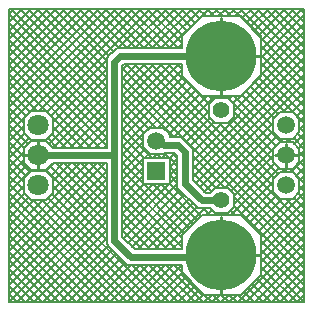
<source format=gbr>
%TF.GenerationSoftware,Altium Limited,Altium Designer,21.8.1 (53)*%
G04 Layer_Physical_Order=2*
G04 Layer_Color=16711680*
%FSLAX43Y43*%
%MOMM*%
%TF.SameCoordinates,A6AE4B2E-CBDB-4FE6-9ABE-5E998AE3B91F*%
%TF.FilePolarity,Positive*%
%TF.FileFunction,Copper,L2,Bot,Signal*%
%TF.Part,Single*%
G01*
G75*
%TA.AperFunction,NonConductor*%
%ADD10C,0.203*%
%ADD11C,0.254*%
%TA.AperFunction,Conductor*%
%ADD12C,0.600*%
%ADD13C,0.400*%
%TA.AperFunction,ComponentPad*%
%ADD14C,1.800*%
%ADD15C,1.500*%
%ADD16R,1.500X1.500*%
%TA.AperFunction,ViaPad*%
%ADD17C,6.000*%
%TA.AperFunction,ComponentPad*%
%ADD18C,1.400*%
D10*
X25140Y25357D02*
X25517Y24980D01*
X24421Y25357D02*
X25517Y24261D01*
X23703Y25357D02*
X25517Y23543D01*
X22985Y25357D02*
X25517Y22825D01*
X22266Y25357D02*
X25517Y22106D01*
X21856Y22574D02*
X24639Y25357D01*
X21718Y23155D02*
X23921Y25357D01*
X21856Y21856D02*
X25357Y25357D01*
X21856Y21856D02*
X25357Y25357D01*
X21856Y22176D02*
X25517Y18514D01*
X21856Y21458D02*
X25517Y17796D01*
X21856Y22894D02*
X25517Y19233D01*
X21856Y20021D02*
X25517Y16359D01*
X21856Y20739D02*
X25517Y17077D01*
X21856Y20419D02*
X25517Y24081D01*
X21856Y21137D02*
X25517Y24799D01*
X21856Y19662D02*
Y23018D01*
Y19700D02*
X25517Y23362D01*
X21359Y23514D02*
X23202Y25357D01*
X21548D02*
X25517Y21388D01*
X21000Y23874D02*
X22484Y25357D01*
X20829D02*
X25517Y20669D01*
X20111Y25357D02*
X25517Y19951D01*
X20641Y24233D02*
X21765Y25357D01*
X20178Y24696D02*
X21856Y23018D01*
X20054Y24696D02*
X21856Y22894D01*
X19556Y16682D02*
X25517Y22644D01*
X16087Y12494D02*
X25517Y21925D01*
X21676Y19482D02*
X25517Y15640D01*
X21316Y19123D02*
X23874Y16566D01*
X20178Y17984D02*
X21856Y19662D01*
X20140Y17984D02*
X21856Y19700D01*
X20957Y18764D02*
X23301Y16420D01*
X20598Y18405D02*
X22942Y16060D01*
X25106Y15766D02*
X25517Y16178D01*
X25106Y15048D02*
X25517Y15460D01*
X24870Y16249D02*
X25517Y16896D01*
X25106Y15334D02*
X25517Y14922D01*
X24960Y14761D02*
X25517Y14204D01*
X24553Y16566D02*
X25106Y16013D01*
X24468Y16566D02*
X25517Y17615D01*
X25106Y14907D02*
Y16013D01*
X24553Y14354D02*
X25106Y14907D01*
X24677Y13901D02*
X25517Y14741D01*
X25037Y13542D02*
X25517Y14023D01*
X24600Y14402D02*
X25517Y13485D01*
X25106Y13179D02*
X25517Y12767D01*
X25106Y12892D02*
X25517Y13304D01*
X24553Y14026D02*
X25106Y13473D01*
X24083Y14026D02*
X24412Y14354D01*
X25106Y12367D02*
Y13473D01*
X23447Y16566D02*
X24553D01*
X23750D02*
X25517Y18333D01*
X19581Y17984D02*
X23540Y14026D01*
X23447D02*
X24553D01*
X23447Y14354D02*
X24553D01*
X22894Y16013D02*
X23447Y16566D01*
X20239Y18045D02*
X22894Y15390D01*
Y14907D02*
X23447Y14354D01*
X22894Y14907D02*
Y16013D01*
X23930Y14354D02*
X24259Y14026D01*
X22894Y13473D02*
X23447Y14026D01*
X19556Y16573D02*
X22894Y13234D01*
X18863Y17984D02*
X23134Y13713D01*
X22894Y12367D02*
Y13473D01*
X19382Y16029D02*
X22894Y12516D01*
X18674Y25357D02*
X19336Y24696D01*
X18948D02*
X19610Y25357D01*
X18230Y24696D02*
X18892Y25357D01*
X19393D02*
X20054Y24696D01*
X16822D02*
X20178D01*
X17237Y25357D02*
X17899Y24696D01*
X16519Y25357D02*
X17181Y24696D01*
X17956Y25357D02*
X18618Y24696D01*
X17511D02*
X18173Y25357D01*
X19667Y24696D02*
X20328Y25357D01*
X20281Y24592D02*
X21047Y25357D01*
X19125Y17688D02*
X19421Y17984D01*
X19484Y17329D02*
X20140Y17984D01*
X16822D02*
X20178D01*
X18504Y17786D02*
X18703Y17984D01*
X18144D02*
X18343Y17786D01*
X15800Y25357D02*
X16642Y24516D01*
X15082Y25357D02*
X16283Y24156D01*
X13375Y21996D02*
X16736Y25357D01*
X15144Y23018D02*
X16822Y24696D01*
X14093Y21996D02*
X17455Y25357D01*
X14364D02*
X15924Y23797D01*
X13645Y25357D02*
X15565Y23438D01*
X15144Y21996D02*
Y23018D01*
X14811Y21996D02*
X15144Y22329D01*
X14008Y20684D02*
X17444Y17248D01*
X13289Y20684D02*
X17444Y16529D01*
X14479Y14479D02*
X17984Y17984D01*
X14052Y14771D02*
X17266Y17984D01*
X15144Y19662D02*
Y20684D01*
X14726D02*
X15144Y20266D01*
Y19662D02*
X16822Y17984D01*
X13693Y15130D02*
X16685Y18122D01*
X19028Y17786D02*
X19556Y17258D01*
Y16202D02*
Y17258D01*
X17972Y17786D02*
X19028D01*
Y15674D02*
X19556Y16202D01*
X17972Y15674D02*
X19028D01*
X17444Y17258D02*
X17972Y17786D01*
X17426Y17984D02*
X17799Y17612D01*
X17444Y16202D02*
X17972Y15674D01*
X17444Y16202D02*
Y17258D01*
X15514Y14077D02*
X17542Y16105D01*
X15873Y13718D02*
X17901Y15746D01*
X15154Y14436D02*
X17444Y16726D01*
X16087Y12848D02*
Y13504D01*
Y13213D02*
X18548Y15674D01*
X15759Y13832D02*
X16087Y13504D01*
X15439Y14152D02*
X15759Y13832D01*
X16087Y12848D02*
Y13504D01*
X15759Y13832D02*
X16087Y13504D01*
X14455Y14479D02*
X15111D01*
X14479D02*
X17984Y17984D01*
X14455Y14479D02*
X15111D01*
X15439Y14152D01*
X15111Y14479D02*
X15439Y14152D01*
X14106Y14479D02*
Y14718D01*
X13553Y15271D02*
X14106Y14718D01*
Y14479D02*
X14455D01*
X13662Y13168D02*
X13938D01*
X14455D02*
X14775Y12848D01*
X13938Y13168D02*
X14455D01*
X14340D02*
X14775Y12732D01*
X14106Y12669D02*
X14530Y13093D01*
X13553Y13059D02*
X13662Y13168D01*
X13449Y12731D02*
X13887Y13168D01*
X13662D02*
X13938D01*
X13641Y13148D02*
X14059Y12731D01*
X25106Y12460D02*
X25517Y12048D01*
X24553Y11814D02*
X25106Y12367D01*
X24417Y11486D02*
X25517Y12586D01*
X24793Y12054D02*
X25517Y11330D01*
X23447Y11486D02*
X24553D01*
X23596Y11814D02*
X23925Y11486D01*
X23699D02*
X24028Y11814D01*
X23447D02*
X24553D01*
X25106Y10737D02*
X25517Y11149D01*
Y483D02*
Y25357D01*
X24314Y11814D02*
X25517Y10611D01*
X25106Y10305D02*
X25517Y9893D01*
X25106Y10019D02*
X25517Y10431D01*
X24844Y11194D02*
X25517Y11867D01*
X24553Y11486D02*
X25106Y10933D01*
Y9827D02*
Y10933D01*
X22894Y9827D02*
Y10933D01*
X16087Y11058D02*
X25517Y20488D01*
X16335Y10588D02*
X25517Y19770D01*
X16087Y11776D02*
X25517Y21207D01*
X22894Y10933D02*
X23447Y11486D01*
X16695Y10229D02*
X25517Y19052D01*
X19018Y15674D02*
X23327Y11365D01*
X18299Y15674D02*
X22968Y11006D01*
X22894Y12367D02*
X23447Y11814D01*
X18068Y10166D02*
X22894Y14992D01*
X19266Y9927D02*
X23694Y14354D01*
X18787Y10166D02*
X23211Y14590D01*
X19556Y8779D02*
X23019Y12243D01*
X19350Y7856D02*
X23378Y11883D01*
X19556Y9498D02*
X22894Y12837D01*
X17054Y9870D02*
X22894Y15710D01*
X20482Y7551D02*
X22894Y9963D01*
X20069Y7856D02*
X22894Y10681D01*
X24626Y9348D02*
X25517Y8456D01*
X23981Y9274D02*
X25517Y7738D01*
X21856Y5332D02*
X25517Y8994D01*
X21856Y3895D02*
X25517Y7557D01*
X21856Y4613D02*
X25517Y8275D01*
X24553Y9274D02*
X25106Y9827D01*
X22894D02*
X23447Y9274D01*
X24985Y9707D02*
X25517Y9175D01*
X23447Y9274D02*
X24553D01*
X22754Y483D02*
X25517Y3246D01*
X23472Y483D02*
X25517Y2528D01*
X22035Y483D02*
X25517Y3965D01*
X24909Y483D02*
X25517Y1091D01*
X24191Y483D02*
X25517Y1809D01*
X21856Y4934D02*
X25517Y1272D01*
X21856Y3177D02*
X25517Y6838D01*
X21856Y3497D02*
X24870Y483D01*
X21856Y4215D02*
X25517Y554D01*
X21560Y6473D02*
X24361Y9274D01*
X21856Y6050D02*
X25517Y9712D01*
X19556Y9389D02*
X25517Y3427D01*
X21856Y5652D02*
X25517Y1990D01*
X19556Y8671D02*
X25517Y2709D01*
X21201Y6832D02*
X23643Y9274D01*
X20842Y7192D02*
X23186Y9536D01*
X21856Y2822D02*
Y6178D01*
X20178Y7856D02*
X21856Y6178D01*
X20598Y483D02*
X25517Y5402D01*
X19880Y483D02*
X25517Y6120D01*
X21834Y2800D02*
X24152Y483D01*
X21317D02*
X25517Y4683D01*
X21475Y2441D02*
X23433Y483D01*
X20178Y1144D02*
X21856Y2822D01*
X21115Y2082D02*
X22715Y483D01*
X20756Y1723D02*
X21996Y483D01*
X16087Y12140D02*
X18061Y10166D01*
X17972D02*
X19028D01*
X16087Y12858D02*
X18779Y10166D01*
X19556Y8582D02*
Y9638D01*
X19028Y10166D02*
X19556Y9638D01*
X17572Y9766D02*
X17972Y10166D01*
X16087Y10837D02*
Y12848D01*
X17158Y9766D02*
X17572D01*
X16174Y8782D02*
X16502Y8454D01*
X17572D02*
X17972Y8054D01*
X19028D02*
X19556Y8582D01*
X17158Y8454D02*
X17572D01*
X19241Y8267D02*
X19652Y7856D01*
X17195D02*
X17683Y8344D01*
X16502Y8454D02*
X17158D01*
X16174Y8782D02*
X16502Y8454D01*
X16898D02*
X17497Y7856D01*
X16502Y8454D02*
X17158D01*
X14775Y10837D02*
Y12848D01*
X14106Y11247D02*
X14775Y10577D01*
X14106Y11232D02*
X14775Y11902D01*
Y10181D02*
Y10837D01*
Y10181D02*
Y10837D01*
X14106Y12684D02*
X14775Y12014D01*
X14106Y10519D02*
Y12731D01*
Y11965D02*
X14775Y11296D01*
X14106Y11950D02*
X14775Y12620D01*
X16087Y10837D02*
X17158Y9766D01*
X16087Y11421D02*
X17657Y9851D01*
X14106Y10529D02*
X16800Y7834D01*
X13595Y4974D02*
X17075Y8454D01*
X14775Y10181D02*
X15103Y9853D01*
X13396Y10519D02*
X16441Y7475D01*
X15103Y9853D02*
X16174Y8782D01*
X14775Y10181D02*
X15103Y9853D01*
X18632Y7856D02*
X18831Y8054D01*
X18735D02*
X18934Y7856D01*
X17972Y8054D02*
X19028D01*
X18017D02*
X18215Y7856D01*
X17913D02*
X18112Y8054D01*
X17024Y1144D02*
X17686Y483D01*
X20397Y1364D02*
X21278Y483D01*
X19162D02*
X19823Y1144D01*
X19898D02*
X20559Y483D01*
X19179Y1144D02*
X19841Y483D01*
X17742Y1144D02*
X18404Y483D01*
X17725D02*
X18387Y1144D01*
X18461D02*
X19123Y483D01*
X18443D02*
X19105Y1144D01*
X16822Y7856D02*
X20178D01*
X15144Y2822D02*
Y3662D01*
Y6178D02*
X16822Y7856D01*
X15144Y2822D02*
X16822Y1144D01*
X15144Y3024D02*
X17024Y1144D01*
X15144Y4974D02*
Y6178D01*
X14313Y4974D02*
X15144Y5805D01*
X15031Y4974D02*
X15144Y5087D01*
X14506Y3662D02*
X15144Y3024D01*
X16288Y483D02*
X16950Y1144D01*
X13788Y3662D02*
X16967Y483D01*
X17006D02*
X17668Y1144D01*
X16822D02*
X20178D01*
X14133Y483D02*
X15808Y2158D01*
X13414Y483D02*
X15449Y2518D01*
X15569Y483D02*
X16527Y1440D01*
X14851Y483D02*
X16168Y1799D01*
X12208Y25357D02*
X15144Y22421D01*
X10501Y21996D02*
X13863Y25357D01*
X10053D02*
X13415Y21996D01*
X12927Y25357D02*
X15205Y23079D01*
X10270Y21996D02*
X15144D01*
X9782D02*
X13144Y25357D01*
X9335D02*
X12696Y21996D01*
X9614D02*
X10270D01*
X9614D02*
X10270D01*
X11490Y25357D02*
X14852Y21996D01*
X11938D02*
X15300Y25357D01*
X11219Y21996D02*
X14581Y25357D01*
X12656Y21996D02*
X16018Y25357D01*
X10086Y16551D02*
X14219Y20684D01*
X10771Y25357D02*
X14133Y21996D01*
X9286Y21668D02*
X9614Y21996D01*
X10086Y18707D02*
X12063Y20684D01*
X9286Y21668D02*
X9614Y21996D01*
X7179Y25357D02*
X10541Y21996D01*
X7898Y25357D02*
X11260Y21996D01*
X6461Y25357D02*
X9823Y21996D01*
X8616Y25357D02*
X11978Y21996D01*
X483Y25357D02*
X25517D01*
X5743D02*
X9359Y21741D01*
X5024Y25357D02*
X9000Y21381D01*
X9102Y21484D02*
X9286Y21668D01*
X8774Y21156D02*
X9102Y21484D01*
X483Y14851D02*
X10989Y25357D01*
X483Y15569D02*
X10271Y25357D01*
X3706Y16637D02*
X12426Y25357D01*
X3066Y16716D02*
X11707Y25357D01*
X483Y16288D02*
X9552Y25357D01*
X483Y17006D02*
X8834Y25357D01*
X8774Y20500D02*
Y21156D01*
X9102Y21484D01*
X10270Y20684D02*
X15144D01*
X13115Y15271D02*
X16326Y18481D01*
X10086Y17988D02*
X12782Y20684D01*
X12447Y13059D02*
X13553D01*
X12447Y15271D02*
X13553D01*
X11894Y14718D02*
X12447Y15271D01*
X10086Y15267D02*
X12622Y12731D01*
X11894Y13612D02*
X12447Y13059D01*
X11894Y13612D02*
Y14718D01*
X12731Y12731D02*
X13059Y13059D01*
X12731Y12731D02*
X13059Y13059D01*
X12012Y12731D02*
X12394Y13113D01*
X13012Y13059D02*
X13340Y12731D01*
X11894D02*
X14106D01*
X10086Y12241D02*
X11894Y14050D01*
X10086Y14549D02*
X11904Y12731D01*
X11894Y12613D02*
X12012Y12731D01*
X10086Y12592D02*
Y13248D01*
Y15833D02*
X14937Y20684D01*
X10086Y15115D02*
X15144Y20173D01*
X10086Y17270D02*
X13500Y20684D01*
X10086Y17422D02*
X12342Y15166D01*
X10086Y18141D02*
X12956Y15271D01*
X10086Y20143D02*
X10627Y20684D01*
X10086Y20500D02*
X10270Y20684D01*
X10086Y16704D02*
X11983Y14806D01*
X10086Y19425D02*
X11345Y20684D01*
X10086Y13678D02*
X15607Y19199D01*
X10086Y14396D02*
X15248Y19559D01*
X10086Y12959D02*
X15966Y18840D01*
X10086Y18859D02*
X14465Y14479D01*
X10086Y15985D02*
X11894Y14177D01*
X10086Y13248D02*
Y20500D01*
Y12592D02*
Y13248D01*
X4228Y12264D02*
X8774D01*
X2150Y25357D02*
X8774Y18733D01*
X1432Y25357D02*
X8774Y18015D01*
X714Y25357D02*
X8774Y17297D01*
X4065Y16278D02*
X8774Y20988D01*
X483Y24870D02*
X8774Y16578D01*
X4306Y25357D02*
X8774Y20889D01*
X3587Y25357D02*
X8774Y20170D01*
Y20500D02*
Y21156D01*
X2869Y25357D02*
X8774Y19452D01*
X483Y21996D02*
X8774Y13705D01*
Y13576D02*
Y20500D01*
X483Y22715D02*
X8774Y14423D01*
X4236Y13576D02*
X8774Y18114D01*
X3873Y13931D02*
X8774Y18832D01*
X483Y23433D02*
X8774Y15141D01*
X483Y24152D02*
X8774Y15860D01*
X4256Y15032D02*
X8774Y19551D01*
X4256Y15750D02*
X8774Y20269D01*
X483Y21317D02*
X4523Y25357D01*
X483Y20598D02*
X5242Y25357D01*
X483Y22035D02*
X3805Y25357D01*
X483Y19162D02*
X6678Y25357D01*
X483Y19880D02*
X5960Y25357D01*
X483Y24191D02*
X1650Y25357D01*
X483Y24909D02*
X931Y25357D01*
X483Y22754D02*
X3086Y25357D01*
X483Y23472D02*
X2368Y25357D01*
X483Y17725D02*
X8115Y25357D01*
X483Y18443D02*
X7397Y25357D01*
X483Y20559D02*
X7466Y13576D01*
X483Y21278D02*
X8185Y13576D01*
X483Y19123D02*
X2890Y16716D01*
X483Y19841D02*
X3608Y16716D01*
X483Y17686D02*
X1912Y16256D01*
X483Y18404D02*
X2272Y16615D01*
X4155Y14732D02*
X5311Y13576D01*
X4256Y16068D02*
X6748Y13576D01*
X3628Y14204D02*
X4256Y14832D01*
X4228Y13576D02*
X8774D01*
X3796Y14372D02*
X4593Y13576D01*
X3628Y16716D02*
X4256Y16088D01*
X3608Y16716D02*
X4256Y16068D01*
Y14832D02*
Y16088D01*
X3628Y14176D02*
X4228Y13576D01*
X7110D02*
X8774Y15240D01*
X6391Y13576D02*
X8774Y15959D01*
X8547Y13576D02*
X8774Y13803D01*
X7828Y13576D02*
X8774Y14522D01*
X5673Y13576D02*
X8774Y16677D01*
X4955Y13576D02*
X8774Y17395D01*
X4256Y15350D02*
X6030Y13576D01*
X2372Y16716D02*
X3628D01*
X1744Y14832D02*
X2372Y14204D01*
X1744Y16088D02*
X2372Y16716D01*
Y14176D02*
X3628D01*
X2372Y14204D02*
X3628D01*
X483Y16249D02*
X1744Y14987D01*
X483Y16967D02*
X1744Y15706D01*
Y14832D02*
Y16088D01*
X483Y14133D02*
X1744Y15394D01*
X483Y12696D02*
X2182Y14395D01*
X483Y15531D02*
X2105Y13908D01*
X1744Y13548D02*
X2372Y14176D01*
X483Y13414D02*
X1823Y14754D01*
X483Y14812D02*
X1746Y13549D01*
X1744Y12292D02*
Y13548D01*
X483Y14094D02*
X1744Y12832D01*
X12571Y20684D02*
X22894Y10361D01*
X10086Y7212D02*
X13393Y10519D01*
X10086Y7930D02*
X12675Y10519D01*
X12678D02*
X16082Y7115D01*
X11894Y10519D02*
X14106D01*
X11894D02*
Y12731D01*
X10086Y9367D02*
X11894Y11176D01*
Y10585D02*
X11960Y10519D01*
X10086Y8649D02*
X11956Y10519D01*
X11852Y20684D02*
X25517Y7019D01*
X11134Y20684D02*
X25517Y6301D01*
X10416Y20684D02*
X25517Y5583D01*
X11960Y10519D02*
X15723Y6756D01*
X10938Y5191D02*
X15352Y9605D01*
X10219Y5909D02*
X14775Y10465D01*
X10086Y10956D02*
X15144Y5898D01*
X10579Y5550D02*
X14993Y9964D01*
X10086Y10238D02*
X15144Y5179D01*
X10086Y10086D02*
X11894Y11894D01*
X10086Y10086D02*
X11894Y11894D01*
X10086Y11522D02*
X12035Y13472D01*
X10086Y6493D02*
X14775Y11183D01*
X10086Y11675D02*
X15364Y6397D01*
X10086Y13112D02*
X11894Y11303D01*
X10086Y13830D02*
X11894Y12021D01*
X10086Y12393D02*
X11894Y10585D01*
X10086Y10804D02*
X11894Y12613D01*
X10086Y19577D02*
X25517Y4146D01*
X10086Y20296D02*
X25517Y4864D01*
X10086Y9520D02*
X14632Y4974D01*
X4181Y9677D02*
X13375Y483D01*
X10086Y6043D02*
Y12592D01*
X483Y10502D02*
X10502Y483D01*
X3821Y9318D02*
X12657Y483D01*
X483Y9783D02*
X9783Y483D01*
X12158Y4974D02*
X16070Y8886D01*
X12876Y4974D02*
X16430Y8527D01*
X11439Y4974D02*
X15711Y9245D01*
X11155Y4974D02*
X15144D01*
X10499Y3662D02*
X11155D01*
X10171Y3990D02*
X10499Y3662D01*
X10086Y6043D02*
X11155Y4974D01*
X10499Y3662D02*
X11155D01*
X10171Y3990D02*
X10499Y3662D01*
X12351D02*
X15531Y483D01*
X13069Y3662D02*
X16249Y483D01*
X11155Y3662D02*
X15144D01*
X12696Y483D02*
X15144Y2931D01*
X11977Y483D02*
X15144Y3650D01*
X10914Y3662D02*
X14094Y483D01*
X10540D02*
X13720Y3662D01*
X11632D02*
X14812Y483D01*
X11259D02*
X14439Y3662D01*
X10086Y8801D02*
X13913Y4974D01*
X10086Y8083D02*
X13195Y4974D01*
X3297Y9124D02*
X11938Y483D01*
X10086Y7364D02*
X12476Y4974D01*
X483Y483D02*
X25517D01*
X10086Y6646D02*
X11758Y4974D01*
X2578Y9124D02*
X11220Y483D01*
X9102Y5059D02*
X10171Y3990D01*
X8774Y5387D02*
X9102Y5059D01*
X8385Y483D02*
X11565Y3662D01*
X7667Y483D02*
X10847Y3662D01*
X9822Y483D02*
X13002Y3662D01*
X9104Y483D02*
X12283Y3662D01*
X5512Y483D02*
X9595Y4566D01*
X4793Y483D02*
X9236Y4926D01*
X6948Y483D02*
X10314Y3848D01*
X6230Y483D02*
X9954Y4207D01*
X4040Y11224D02*
X5080Y12264D01*
X4256Y10721D02*
X5799Y12264D01*
X3680Y11583D02*
X4362Y12264D01*
X8059D02*
X8774Y11549D01*
X7341Y12264D02*
X8774Y10831D01*
X3628Y11664D02*
X4228Y12264D01*
X3628Y11636D02*
X4256Y11008D01*
X2372Y11636D02*
X3628D01*
X5186Y12264D02*
X8774Y8676D01*
Y6043D02*
Y12264D01*
X4467D02*
X8774Y7957D01*
X3988Y12025D02*
X8774Y7239D01*
X3629Y11666D02*
X8774Y6520D01*
X6622Y12264D02*
X8774Y10112D01*
X4256Y10003D02*
X6517Y12264D01*
X5904D02*
X8774Y9394D01*
X4256Y9752D02*
Y11008D01*
X1744Y12292D02*
X2372Y11664D01*
X483Y10540D02*
X1989Y12047D01*
X483Y13375D02*
X2297Y11561D01*
X2372Y11664D02*
X3628D01*
X1744Y11008D02*
X2372Y11636D01*
X483Y12657D02*
X1938Y11201D01*
X483Y11977D02*
X1744Y13239D01*
X483Y11938D02*
X1744Y10677D01*
X483Y11259D02*
X1744Y12521D01*
X483Y4793D02*
X7954Y12264D01*
X483Y5512D02*
X7235Y12264D01*
X483Y3356D02*
X8774Y11648D01*
X483Y4075D02*
X8672Y12264D01*
X483Y9822D02*
X2349Y11688D01*
X483Y483D02*
Y25357D01*
X1744Y9752D02*
Y11008D01*
X483Y11220D02*
X1744Y9958D01*
X4256Y10321D02*
X8774Y5802D01*
Y5387D02*
Y6043D01*
X483Y7628D02*
X7628Y483D01*
X8774Y5387D02*
X9102Y5059D01*
X8774Y5387D02*
Y6043D01*
X3628Y9124D02*
X4256Y9752D01*
X1744D02*
X2372Y9124D01*
X3628D01*
X483Y6909D02*
X6909Y483D01*
X2638D02*
X8774Y6619D01*
X1919Y483D02*
X8774Y7338D01*
X4075Y483D02*
X8877Y5285D01*
X3356Y483D02*
X8774Y5901D01*
X1201Y483D02*
X8774Y8056D01*
X483Y6191D02*
X6191Y483D01*
X483Y4754D02*
X4754Y483D01*
X483Y5473D02*
X5473Y483D01*
X483Y1919D02*
X8774Y10211D01*
X483Y1201D02*
X8774Y9493D01*
X483Y2638D02*
X8774Y10930D01*
X483Y4036D02*
X4036Y483D01*
X483Y6230D02*
X3377Y9124D01*
X483Y8385D02*
X1797Y9700D01*
X483Y9104D02*
X1744Y10365D01*
X483Y6948D02*
X2659Y9124D01*
X483Y7667D02*
X2156Y9340D01*
X483Y483D02*
X8774Y8774D01*
X483Y9065D02*
X9065Y483D01*
X483Y8346D02*
X8346Y483D01*
X483D02*
X8774Y8774D01*
X483Y2599D02*
X2599Y483D01*
X483Y3317D02*
X3317Y483D01*
X483Y1162D02*
X1162Y483D01*
X483Y1881D02*
X1881Y483D01*
D11*
X18500Y21340D02*
X21754D01*
X24000Y12920D02*
X25004D01*
X24000D02*
Y13924D01*
X22996Y12920D02*
X24000D01*
X18500Y18086D02*
Y21340D01*
Y24594D01*
X24000Y11916D02*
Y12920D01*
X18500Y4500D02*
X21754D01*
X18500Y1246D02*
Y4500D01*
Y7754D01*
X3000Y12920D02*
Y14074D01*
X1846Y12920D02*
X3000D01*
Y11766D02*
Y12920D01*
D12*
X9430Y5715D02*
Y12920D01*
X3000D02*
X9396D01*
X9430D02*
Y20828D01*
Y5715D02*
X10827Y4318D01*
X18318D01*
X9430Y20828D02*
X9942Y21340D01*
X18500D01*
X14783Y13824D02*
X15431Y13176D01*
X13610Y13824D02*
X14783D01*
X15431Y10509D02*
Y13176D01*
Y10509D02*
X16830Y9110D01*
X13051Y14190D02*
X13244D01*
X13610Y13824D01*
X16830Y9110D02*
X18500D01*
D13*
X9396Y12920D02*
X9430Y12954D01*
X18318Y4318D02*
X18500Y4500D01*
D14*
X3000Y15460D02*
D03*
Y12920D02*
D03*
Y10380D02*
D03*
D15*
X13000Y14165D02*
D03*
X24000Y12920D02*
D03*
Y10380D02*
D03*
Y15460D02*
D03*
D16*
X13000Y11625D02*
D03*
D17*
X18500Y21340D02*
D03*
Y4500D02*
D03*
D18*
Y16730D02*
D03*
Y9110D02*
D03*
%TF.MD5,e97ef6765d9802a3d28a610e5cf3fcbd*%
M02*

</source>
